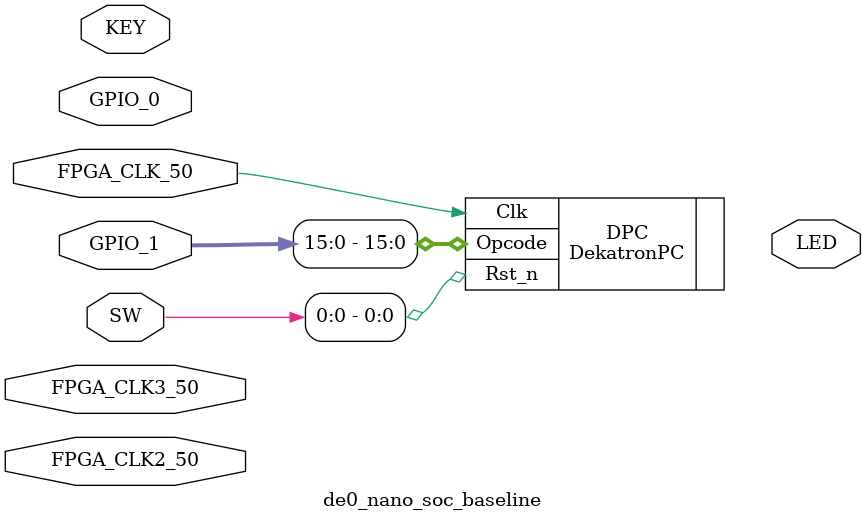
<source format=sv>

`define enable_GPIO0
`define enable_GPIO1
//`define enable_HPS


module de0_nano_soc_baseline(


	//////////// CLOCK //////////
	input 		          		FPGA_CLK_50,
	input 		          		FPGA_CLK2_50,
	input 		          		FPGA_CLK3_50,

`ifdef enable_ADC
	//////////// ADC //////////
	/* 3.3-V LVTTL */
	output		          		ADC_CONVST,
	output		          		ADC_SCLK,
	output		          		ADC_SDI,
	input 		          		ADC_SDO,
`endif
	
`ifdef enable_ARDUINO
	//////////// ARDUINO ////////////
	/* 3.3-V LVTTL */
	inout					[15:0]	ARDUINO_IO,
	inout								ARDUINO_RESET_N,
`endif
	
`ifdef enable_GPIO0
	//////////// GPIO 0 ////////////
	/* 3.3-V LVTTL */
	inout				[35:0]		GPIO_0,
`endif

`ifdef enable_GPIO1	
	//////////// GPIO 1 ////////////
	/* 3.3-V LVTTL */
	inout				[35:0]		GPIO_1,
`endif

`ifdef enable_HPS
	//////////// HPS //////////
	/* 3.3-V LVTTL */
	inout 		          		HPS_CONV_USB_N,
	
	/* SSTL-15 Class I */
	output		    [14:0]		HPS_DDR3_ADDR,
	output		     [2:0]		HPS_DDR3_BA,
	output		          		HPS_DDR3_CAS_N,
	output		          		HPS_DDR3_CKE,
	output		          		HPS_DDR3_CS_N,
	output		     [3:0]		HPS_DDR3_DM,
	inout 		    [31:0]		HPS_DDR3_DQ,
	output		          		HPS_DDR3_ODT,
	output		          		HPS_DDR3_RAS_N,
	output		          		HPS_DDR3_RESET_N,
	input 		          		HPS_DDR3_RZQ,
	output		          		HPS_DDR3_WE_N,
	/* DIFFERENTIAL 1.5-V SSTL CLASS I */
	output		          		HPS_DDR3_CK_N,
	output		          		HPS_DDR3_CK_P,
	inout 		     [3:0]		HPS_DDR3_DQS_N,
	inout 		     [3:0]		HPS_DDR3_DQS_P,
	
	/* 3.3-V LVTTL */
	output		          		HPS_ENET_GTX_CLK,
	inout 		          		HPS_ENET_INT_N,
	output		          		HPS_ENET_MDC,
	inout 		          		HPS_ENET_MDIO,
	input 		          		HPS_ENET_RX_CLK,
	input 		     [3:0]		HPS_ENET_RX_DATA,
	input 		          		HPS_ENET_RX_DV,
	output		     [3:0]		HPS_ENET_TX_DATA,
	output		          		HPS_ENET_TX_EN,
	inout 		          		HPS_GSENSOR_INT,
	inout 		          		HPS_I2C0_SCLK,
	inout 		          		HPS_I2C0_SDAT,
	inout 		          		HPS_I2C1_SCLK,
	inout 		          		HPS_I2C1_SDAT,
	inout 		          		HPS_KEY,
	inout 		          		HPS_LED,
	inout 		          		HPS_LTC_GPIO,
	output		          		HPS_SD_CLK,
	inout 		          		HPS_SD_CMD,
	inout 		     [3:0]		HPS_SD_DATA,
	output		          		HPS_SPIM_CLK,
	input 		          		HPS_SPIM_MISO,
	output		          		HPS_SPIM_MOSI,
	inout 		          		HPS_SPIM_SS,
	input 		          		HPS_UART_RX,
	output		          		HPS_UART_TX,
	input 		          		HPS_USB_CLKOUT,
	inout 		     [7:0]		HPS_USB_DATA,
	input 		          		HPS_USB_DIR,
	input 		          		HPS_USB_NXT,
	output		          		HPS_USB_STP,
`endif
	
	//////////// KEY ////////////
	/* 3.3-V LVTTL */
	input				[1:0]			KEY,
	
	//////////// LED ////////////
	/* 3.3-V LVTTL */
	output			[7:0]			LED,
	
	//////////// SW ////////////
	/* 3.3-V LVTTL */
	input				[3:0]			SW
);

DekatronPC DPC(
    .Clk(FPGA_CLK_50),
	 .Rst_n(SW[0]), 
    .Opcode(GPIO_1[15:0]));


endmodule
</source>
